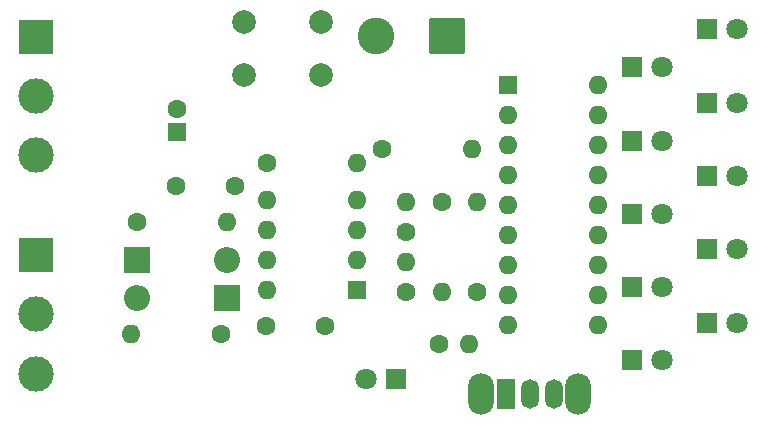
<source format=gbs>
G04 #@! TF.GenerationSoftware,KiCad,Pcbnew,8.0.1*
G04 #@! TF.CreationDate,2024-05-04T08:57:23+08:00*
G04 #@! TF.ProjectId,555Sandbox,35353553-616e-4646-926f-782e6b696361,rev?*
G04 #@! TF.SameCoordinates,Original*
G04 #@! TF.FileFunction,Soldermask,Bot*
G04 #@! TF.FilePolarity,Negative*
%FSLAX46Y46*%
G04 Gerber Fmt 4.6, Leading zero omitted, Abs format (unit mm)*
G04 Created by KiCad (PCBNEW 8.0.1) date 2024-05-04 08:57:23*
%MOMM*%
%LPD*%
G01*
G04 APERTURE LIST*
G04 Aperture macros list*
%AMRoundRect*
0 Rectangle with rounded corners*
0 $1 Rounding radius*
0 $2 $3 $4 $5 $6 $7 $8 $9 X,Y pos of 4 corners*
0 Add a 4 corners polygon primitive as box body*
4,1,4,$2,$3,$4,$5,$6,$7,$8,$9,$2,$3,0*
0 Add four circle primitives for the rounded corners*
1,1,$1+$1,$2,$3*
1,1,$1+$1,$4,$5*
1,1,$1+$1,$6,$7*
1,1,$1+$1,$8,$9*
0 Add four rect primitives between the rounded corners*
20,1,$1+$1,$2,$3,$4,$5,0*
20,1,$1+$1,$4,$5,$6,$7,0*
20,1,$1+$1,$6,$7,$8,$9,0*
20,1,$1+$1,$8,$9,$2,$3,0*%
G04 Aperture macros list end*
%ADD10R,1.600000X1.600000*%
%ADD11O,1.600000X1.600000*%
%ADD12R,1.800000X1.800000*%
%ADD13C,1.800000*%
%ADD14O,1.500000X2.500000*%
%ADD15R,1.500000X2.500000*%
%ADD16O,2.200000X3.500000*%
%ADD17C,1.600000*%
%ADD18R,2.200000X2.200000*%
%ADD19O,2.200000X2.200000*%
%ADD20C,2.000000*%
%ADD21RoundRect,0.249999X1.300001X1.300001X-1.300001X1.300001X-1.300001X-1.300001X1.300001X-1.300001X0*%
%ADD22C,3.100000*%
%ADD23R,3.000000X3.000000*%
%ADD24C,3.000000*%
G04 APERTURE END LIST*
D10*
X106720000Y-89440000D03*
D11*
X106720000Y-86900000D03*
X106720000Y-84360000D03*
X106720000Y-81820000D03*
X99100000Y-81820000D03*
X99100000Y-84360000D03*
X99100000Y-86900000D03*
X99100000Y-89440000D03*
D12*
X130020000Y-76830000D03*
D13*
X132560000Y-76830000D03*
D14*
X123370000Y-98300000D03*
X121370000Y-98300000D03*
D15*
X119370000Y-98300000D03*
D16*
X125470000Y-98300000D03*
X117270000Y-98300000D03*
D12*
X110050000Y-97050000D03*
D13*
X107510000Y-97050000D03*
D17*
X113930000Y-82010000D03*
D11*
X113930000Y-89630000D03*
D18*
X88110000Y-86940000D03*
D19*
X95730000Y-86940000D03*
D20*
X97200000Y-66800000D03*
X103700000Y-66800000D03*
X97200000Y-71300000D03*
X103700000Y-71300000D03*
D10*
X91500000Y-76124264D03*
D17*
X91500000Y-74124264D03*
D12*
X136330000Y-73630000D03*
D13*
X138870000Y-73630000D03*
D17*
X95220000Y-93240000D03*
D11*
X87600000Y-93240000D03*
D17*
X110900000Y-84540000D03*
D11*
X110900000Y-82000000D03*
D17*
X113705000Y-94050000D03*
D11*
X116245000Y-94050000D03*
D12*
X136350000Y-86030000D03*
D13*
X138890000Y-86030000D03*
D10*
X119530000Y-72130000D03*
D11*
X119530000Y-74670000D03*
X119530000Y-77210000D03*
X119530000Y-79750000D03*
X119530000Y-82290000D03*
X119530000Y-84830000D03*
X119530000Y-87370000D03*
X119530000Y-89910000D03*
X119530000Y-92450000D03*
X127150000Y-92450000D03*
X127150000Y-89910000D03*
X127150000Y-87370000D03*
X127150000Y-84830000D03*
X127150000Y-82290000D03*
X127150000Y-79750000D03*
X127150000Y-77210000D03*
X127150000Y-74670000D03*
X127150000Y-72130000D03*
D12*
X136335000Y-92230000D03*
D13*
X138875000Y-92230000D03*
D17*
X108890000Y-77500000D03*
D11*
X116510000Y-77500000D03*
D21*
X114350000Y-68000000D03*
D22*
X108350000Y-68000000D03*
D17*
X88110000Y-83750000D03*
D11*
X95730000Y-83750000D03*
D12*
X130000000Y-83030000D03*
D13*
X132540000Y-83030000D03*
D17*
X96400000Y-80700000D03*
X91400000Y-80700000D03*
D18*
X95730000Y-90140000D03*
D19*
X88110000Y-90140000D03*
D17*
X99020000Y-92540000D03*
X104020000Y-92540000D03*
D12*
X130020000Y-70580000D03*
D13*
X132560000Y-70580000D03*
D17*
X116930000Y-89630000D03*
D11*
X116930000Y-82010000D03*
D12*
X136355000Y-79830000D03*
D13*
X138895000Y-79830000D03*
D12*
X136330000Y-67380000D03*
D13*
X138870000Y-67380000D03*
D12*
X129985000Y-95430000D03*
D13*
X132525000Y-95430000D03*
D17*
X99110000Y-78740000D03*
D11*
X106730000Y-78740000D03*
D12*
X129985000Y-89230000D03*
D13*
X132525000Y-89230000D03*
D23*
X79550000Y-68050000D03*
D24*
X79550000Y-73050000D03*
X79550000Y-78050000D03*
D23*
X79550000Y-86550000D03*
D24*
X79550000Y-91550000D03*
X79550000Y-96550000D03*
D17*
X110900000Y-89630000D03*
D11*
X110900000Y-87090000D03*
M02*

</source>
